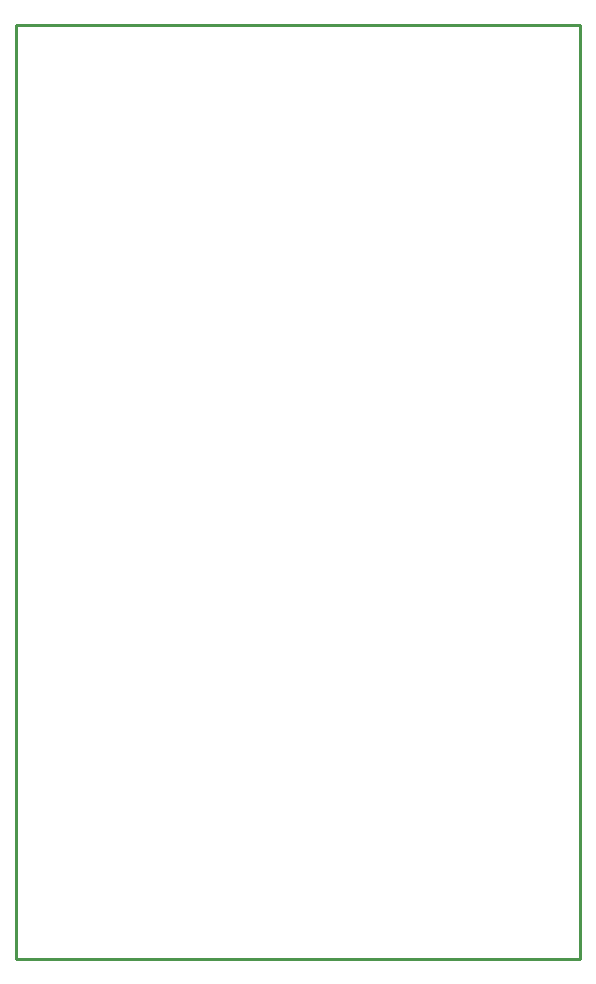
<source format=gm1>
G04*
G04 #@! TF.GenerationSoftware,Altium Limited,Altium Designer,20.2.3 (150)*
G04*
G04 Layer_Color=16711935*
%FSLAX25Y25*%
%MOIN*%
G70*
G04*
G04 #@! TF.SameCoordinates,D19B94BB-EBBE-4459-9884-BF99FFBE0BA1*
G04*
G04*
G04 #@! TF.FilePolarity,Positive*
G04*
G01*
G75*
%ADD14C,0.01000*%
D14*
X344488Y100000D02*
Y411417D01*
X532677D01*
Y100000D02*
Y411417D01*
X344488Y100000D02*
X532677D01*
M02*

</source>
